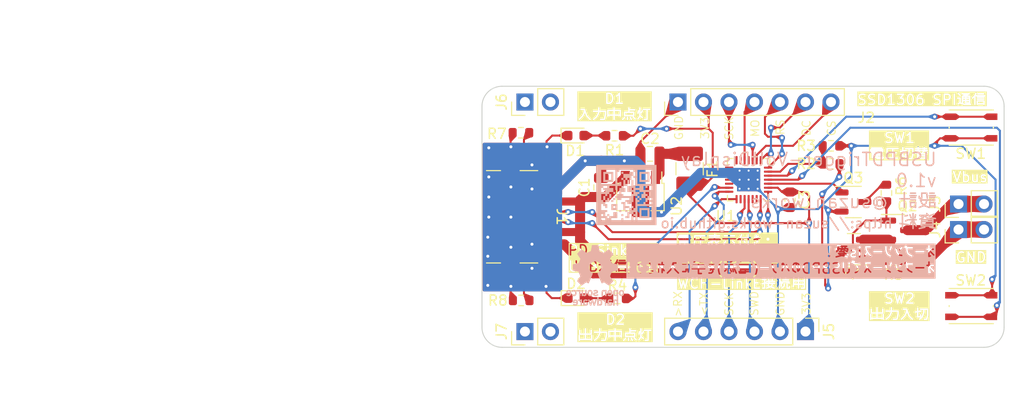
<source format=kicad_pcb>
(kicad_pcb (version 20221018) (generator pcbnew)
  (title_block (title "USBPDTrigger-VoltDisplay") (date "2024-01-08") (rev "v1.0") (company "@suzan_works"))
  (layers (0 "F.Cu" signal) (31 "B.Cu" signal) (34 "B.Paste" user) (35 "F.Paste" user) (36 "B.SilkS" user "B.Silkscreen") (37 "F.SilkS" user "F.Silkscreen") (38 "B.Mask" user) (39 "F.Mask" user) (44 "Edge.Cuts" user))
  (net 0 "")
  (net 1 "VBUS")
  (net 2 "GND")
  (net 3 "+3.3V")
  (net 4 "Net-(D1-A)")
  (net 5 "Net-(D2-A)")
  (net 6 "/CC1")
  (net 7 "/CC2")
  (net 8 "/SCK")
  (net 9 "/MOSI")
  (net 10 "/OLED_RST")
  (net 11 "/OLED_DC")
  (net 12 "/CS")
  (net 13 "Net-(J3-Pin_1)")
  (net 14 "/SWDIO")
  (net 15 "/SWCLK")
  (net 16 "/TXOUT")
  (net 17 "/RXIN")
  (net 18 "Net-(Q1-G)")
  (net 19 "Net-(Q1-S)")
  (net 20 "/OUTPUT")
  (net 21 "Net-(Q3-C)")
  (net 22 "/VBUS_DIV")
  (net 23 "/LED")
  (net 24 "/BTN_A")
  (net 25 "/BTN_B")
  (net 41 "Net-(U2-OUT)")
  (footprint "Connector_PinHeader_2.54mm:PinHeader_1x02_P2.54mm_Vertical" (layer "F.Cu") (at 152.28 88.57 90)
    (fp_text reference "J6" (at 0 -2.33 90) (layer "F.SilkS"))
    (fp_text value "Conn_01x02")
    (pad "1" thru_hole rect locked (at 0 0 90) (size 1.7 1.7) (drill 1) (layers "*.Cu" "*.Mask"))
    (pad "2" thru_hole oval locked (at 0 2.54 90) (size 1.7 1.7) (drill 1) (layers "*.Cu" "*.Mask"))
  )
  (footprint "Resistor_SMD:R_0603_1608Metric" (layer "F.Cu") (at 188.28 97.63 90)
    (fp_text reference "R6" (at 0.7 1.5 90) (layer "F.SilkS"))
    (fp_text value "R_Small")
    (pad "1" smd roundrect (at -0.825 0 90) (size 0.8 0.95) (layers "F.Cu" "F.Paste" "F.Mask") (net 18 "Net-(Q1-G)"))
    (pad "2" smd roundrect (at 0.825 0 90) (size 0.8 0.95) (layers "F.Cu" "F.Paste" "F.Mask") (net 21 "Net-(Q3-C)"))
  )
  (footprint "Capacitor_SMD:C_0603_1608Metric" (layer "F.Cu") (at 178.68 98.305 -90)
    (fp_text reference "C3" (at 0 -1.43 90) (layer "F.SilkS"))
    (fp_text value "C_Small")
    (pad "1" smd roundrect (at -0.775 0 270) (size 0.9 0.95) (layers "F.Cu" "F.Paste" "F.Mask") (net 3 "+3.3V"))
    (pad "2" smd roundrect (at 0.775 0 270) (size 0.9 0.95) (layers "F.Cu" "F.Paste" "F.Mask") (net 2 "GND"))
  )
  (footprint "Resistor_SMD:R_0603_1608Metric" (layer "F.Cu") (at 182.78 94.73 180)
    (fp_text reference "R2" (at 2.5 0) (layer "F.SilkS"))
    (fp_text value "R_Small")
    (pad "1" smd roundrect (at -0.825 0 180) (size 0.8 0.95) (layers "F.Cu" "F.Paste" "F.Mask") (net 1 "VBUS"))
    (pad "2" smd roundrect (at 0.825 0 180) (size 0.8 0.95) (layers "F.Cu" "F.Paste" "F.Mask") (net 22 "/VBUS_DIV"))
  )
  (footprint "Connector_PinHeader_2.54mm:PinHeader_1x02_P2.54mm_Vertical" (layer "F.Cu") (at 195.46 98.73 90)
    (fp_text reference "J3" (at 0 -2.33 90) (layer "F.SilkS"))
    (fp_text value "Conn_01x02")
    (pad "1" thru_hole rect locked (at 0 0 90) (size 1.7 1.7) (drill 1) (layers "*.Cu" "*.Mask") (net 13 "Net-(J3-Pin_1)"))
    (pad "2" thru_hole oval locked (at 0 2.54 90) (size 1.7 1.7) (drill 1) (layers "*.Cu" "*.Mask") (net 13 "Net-(J3-Pin_1)"))
  )
  (footprint "Connector_PinHeader_2.54mm:PinHeader_1x02_P2.54mm_Vertical" (layer "F.Cu") (at 152.28 111.43 90)
    (fp_text reference "J7" (at 0 -2.33 90) (layer "F.SilkS"))
    (fp_text value "Conn_01x02")
    (pad "1" thru_hole rect locked (at 0 0 90) (size 1.7 1.7) (drill 1) (layers "*.Cu" "*.Mask"))
    (pad "2" thru_hole oval locked (at 0 2.54 90) (size 1.7 1.7) (drill 1) (layers "*.Cu" "*.Mask"))
  )
  (footprint "Resistor_SMD:R_0603_1608Metric" (layer "F.Cu") (at 188.98 104.33 180)
    (fp_text reference "R5" (at 0 -1.43) (layer "F.SilkS"))
    (fp_text value "R_Small")
    (pad "1" smd roundrect (at -0.825 0 180) (size 0.8 0.95) (layers "F.Cu" "F.Paste" "F.Mask") (net 19 "Net-(Q1-S)"))
    (pad "2" smd roundrect (at 0.825 0 180) (size 0.8 0.95) (layers "F.Cu" "F.Paste" "F.Mask") (net 18 "Net-(Q1-G)"))
  )
  (footprint "Resistor_SMD:R_0603_1608Metric" (layer "F.Cu") (at 161.205 91.93 180)
    (fp_text reference "R1" (at 0 -1.43) (layer "F.SilkS"))
    (fp_text value "R_Small")
    (pad "1" smd roundrect (at -0.825 0 180) (size 0.8 0.95) (layers "F.Cu" "F.Paste" "F.Mask") (net 3 "+3.3V"))
    (pad "2" smd roundrect (at 0.825 0 180) (size 0.8 0.95) (layers "F.Cu" "F.Paste" "F.Mask") (net 4 "Net-(D1-A)"))
  )
  (footprint "Package_TO_SOT_SMD:SOT-23" (layer "F.Cu") (at 185.0425 103.23 180)
    (fp_text reference "Q1" (at 0 -2.4) (layer "F.SilkS"))
    (fp_text value "Q_PMOS_GSD")
    (pad "1" smd roundrect (at -0.9375 -0.95 180) (size 1.475 0.6) (layers "F.Cu" "F.Paste" "F.Mask") (net 18 "Net-(Q1-G)"))
    (pad "2" smd roundrect (at -0.9375 0.95 180) (size 1.475 0.6) (layers "F.Cu" "F.Paste" "F.Mask") (net 19 "Net-(Q1-S)"))
    (pad "3" smd roundrect (at 0.9375 0 180) (size 1.475 0.6) (layers "F.Cu" "F.Paste" "F.Mask") (net 1 "VBUS"))
  )
  (footprint "Resistor_SMD:R_0603_1608Metric" (layer "F.Cu") (at 161.505 108.13 180)
    (fp_text reference "R4" (at 0.025 1.3) (layer "F.SilkS"))
    (fp_text value "R_Small")
    (pad "1" smd roundrect (at -0.825 0 180) (size 0.8 0.95) (layers "F.Cu" "F.Paste" "F.Mask") (net 23 "/LED"))
    (pad "2" smd roundrect (at 0.825 0 180) (size 0.8 0.95) (layers "F.Cu" "F.Paste" "F.Mask") (net 5 "Net-(D2-A)"))
  )
  (footprint "Resistor_SMD:R_0603_1608Metric" (layer "F.Cu") (at 151.905 108.33 180)
    (fp_text reference "R8" (at 2.325 0) (layer "F.SilkS"))
    (fp_text value "5.1k")
    (pad "1" smd roundrect (at -0.825 0 180) (size 0.8 0.95) (layers "F.Cu" "F.Paste" "F.Mask") (net 7 "/CC2"))
    (pad "2" smd roundrect (at 0.825 0 180) (size 0.8 0.95) (layers "F.Cu" "F.Paste" "F.Mask") (net 2 "GND"))
  )
  (footprint "Package_TO_SOT_SMD:SOT-23" (layer "F.Cu") (at 189.4425 101.33)
    (fp_text reference "Q2" (at 0.9375 -2.4) (layer "F.SilkS"))
    (fp_text value "Q_PMOS_GSD")
    (pad "1" smd roundrect (at -0.9375 -0.95) (size 1.475 0.6) (layers "F.Cu" "F.Paste" "F.Mask") (net 18 "Net-(Q1-G)"))
    (pad "2" smd roundrect (at -0.9375 0.95) (size 1.475 0.6) (layers "F.Cu" "F.Paste" "F.Mask") (net 19 "Net-(Q1-S)"))
    (pad "3" smd roundrect (at 0.9375 0) (size 1.475 0.6) (layers "F.Cu" "F.Paste" "F.Mask") (net 13 "Net-(J3-Pin_1)"))
  )
  (footprint "Connector_PinHeader_2.54mm:PinHeader_1x06_P2.54mm_Vertical" (layer "F.Cu") (at 180.22 111.43 -90)
    (fp_text reference "J5" (at 0 -2.33 90) (layer "F.SilkS"))
    (fp_text value "Conn_01x06")
    (pad "1" thru_hole rect locked (at 0 0 270) (size 1.7 1.7) (drill 1) (layers "*.Cu" "*.Mask") (net 3 "+3.3V"))
    (pad "2" thru_hole oval locked (at 0 2.54 270) (size 1.7 1.7) (drill 1) (layers "*.Cu" "*.Mask") (net 2 "GND"))
    (pad "3" thru_hole oval locked (at 0 5.08 270) (size 1.7 1.7) (drill 1) (layers "*.Cu" "*.Mask") (net 14 "/SWDIO"))
    (pad "4" thru_hole oval locked (at 0 7.62 270) (size 1.7 1.7) (drill 1) (layers "*.Cu" "*.Mask") (net 15 "/SWCLK"))
    (pad "5" thru_hole oval locked (at 0 10.16 270) (size 1.7 1.7) (drill 1) (layers "*.Cu" "*.Mask") (net 16 "/TXOUT"))
    (pad "6" thru_hole oval locked (at 0 12.7 270) (size 1.7 1.7) (drill 1) (layers "*.Cu" "*.Mask") (net 17 "/RXIN"))
  )
  (footprint "Resistor_SMD:R_0603_1608Metric" (layer "F.Cu") (at 151.88 91.63 180)
    (fp_text reference "R7" (at 2.4 -0.1) (layer "F.SilkS"))
    (fp_text value "5.1k")
    (pad "1" smd roundrect (at -0.825 0 180) (size 0.8 0.95) (layers "F.Cu" "F.Paste" "F.Mask") (net 6 "/CC1"))
    (pad "2" smd roundrect (at 0.825 0 180) (size 0.8 0.95) (layers "F.Cu" "F.Paste" "F.Mask") (net 2 "GND"))
  )
  (footprint "Package_TO_SOT_SMD:SOT-89-3" (layer "F.Cu") (at 163.78 98.03 -90)
    (fp_text reference "U2" (at 0.9 -3.6 90) (layer "F.SilkS"))
    (fp_text value "L78L33_SOT89")
    (pad "1" smd rect (at -1.95 -1.5 270) (size 1.3 0.9) (layers "F.Cu" "F.Paste" "F.Mask") (net 41 "Net-(U2-OUT)"))
    (pad "2" smd custom (at -1.8625 0 270) (size 1.475 0.9) (layers "F.Cu" "F.Paste" "F.Mask") (net 2 "GND") (options (clearance outline) (anchor rect)) (primitives (gr_poly (pts (xy 3.8625 0.8665) (xy 0.7375 0.8665) (xy 0.7375 -0.8665) (xy 3.8625 -0.8665)) (width 0) (fill yes))))
    (pad "3" smd rect (at -1.95 1.5 270) (size 1.3 0.9) (layers "F.Cu" "F.Paste" "F.Mask") (net 1 "VBUS"))
  )
  (footprint "Capacitor_SMD:C_0805_2012Metric" (layer "F.Cu") (at 164.73 93.73 180)
    (fp_text reference "C2" (at 0 1.5) (layer "F.SilkS"))
    (fp_text value "C_Small")
    (pad "1" smd roundrect (at -0.95 0 180) (size 1 1.45) (layers "F.Cu" "F.Paste" "F.Mask") (net 41 "Net-(U2-OUT)"))
    (pad "2" smd roundrect (at 0.95 0 180) (size 1 1.45) (layers "F.Cu" "F.Paste" "F.Mask") (net 2 "GND"))
  )
  (footprint "Capacitor_SMD:C_0805_2012Metric" (layer "F.Cu") (at 159.88 97.08 90)
    (fp_text reference "C1" (at 0 -1.68 90) (layer "F.SilkS"))
    (fp_text value "C_Small")
    (pad "1" smd roundrect (at -0.95 0 90) (size 1 1.45) (layers "F.Cu" "F.Paste" "F.Mask") (net 1 "VBUS"))
    (pad "2" smd roundrect (at 0.95 0 90) (size 1 1.45) (layers "F.Cu" "F.Paste" "F.Mask") (net 2 "GND"))
  )
  (footprint "Resistor_SMD:R_0603_1608Metric" (layer "F.Cu") (at 182.755 92.93)
    (fp_text reference "R3" (at -2.475 0) (layer "F.SilkS"))
    (fp_text value "R_Small")
    (pad "1" smd roundrect (at -0.825 0) (size 0.8 0.95) (layers "F.Cu" "F.Paste" "F.Mask") (net 22 "/VBUS_DIV"))
    (pad "2" smd roundrect (at 0.825 0) (size 0.8 0.95) (layers "F.Cu" "F.Paste" "F.Mask") (net 2 "GND"))
  )
  (footprint "Button_Switch_SMD:SW_Push_1P1T_NO_Vertical_Wuerth_434133025816" (layer "F.Cu") (at 196.73 91.11 180)
    (fp_text reference "SW1" (at 0.05 -2.6) (layer "F.SilkS"))
    (fp_text value "SW_Push")
    (pad "1" smd rect (at -2.075 -1.075 180) (size 1.05 0.65) (layers "F.Cu" "F.Paste" "F.Mask") (net 2 "GND"))
    (pad "1" smd rect (at 2.075 -1.075 180) (size 1.05 0.65) (layers "F.Cu" "F.Paste" "F.Mask") (net 2 "GND"))
    (pad "2" smd rect (at -2.075 1.075 180) (size 1.05 0.65) (layers "F.Cu" "F.Paste" "F.Mask") (net 24 "/BTN_A"))
    (pad "2" smd rect (at 2.05 1.075 180) (size 1.05 0.65) (layers "F.Cu" "F.Paste" "F.Mask") (net 24 "/BTN_A"))
  )
  (footprint "Connector_PinHeader_2.54mm:PinHeader_1x07_P2.54mm_Vertical" (layer "F.Cu") (at 167.52 88.57 90)
    (fp_text reference "J2" (at -1.56 18.76 180) (layer "F.SilkS"))
    (fp_text value "Conn_01x07")
    (pad "1" thru_hole rect locked (at 0 0 90) (size 1.7 1.7) (drill 1) (layers "*.Cu" "*.Mask") (net 2 "GND"))
    (pad "2" thru_hole oval locked (at 0 2.54 90) (size 1.7 1.7) (drill 1) (layers "*.Cu" "*.Mask") (net 3 "+3.3V"))
    (pad "3" thru_hole oval locked (at 0 5.08 90) (size 1.7 1.7) (drill 1) (layers "*.Cu" "*.Mask") (net 8 "/SCK"))
    (pad "4" thru_hole oval locked (at 0 7.62 90) (size 1.7 1.7) (drill 1) (layers "*.Cu" "*.Mask") (net 9 "/MOSI"))
    (pad "5" thru_hole oval locked (at 0 10.16 90) (size 1.7 1.7) (drill 1) (layers "*.Cu" "*.Mask") (net 10 "/OLED_RST"))
    (pad "6" thru_hole oval locked (at 0 12.7 90) (size 1.7 1.7) (drill 1) (layers "*.Cu" "*.Mask") (net 11 "/OLED_DC"))
    (pad "7" thru_hole oval locked (at 0 15.24 90) (size 1.7 1.7) (drill 1) (layers "*.Cu" "*.Mask") (net 12 "/CS"))
  )
  (footprint "Connector_PinHeader_2.54mm:PinHeader_1x02_P2.54mm_Vertical" (layer "F.Cu") (at 195.46 101.27 90)
    (fp_text reference "J4" (at 0 -2.33 90) (layer "F.SilkS"))
    (fp_text value "Conn_01x02")
    (pad "1" thru_hole rect locked (at 0 0 90) (size 1.7 1.7) (drill 1) (layers "*.Cu" "*.Mask") (net 2 "GND"))
    (pad "2" thru_hole oval locked (at 0 2.54 90) (size 1.7 1.7) (drill 1) (layers "*.Cu" "*.Mask") (net 2 "GND"))
  )
  (footprint "Button_Switch_SMD:SW_Push_1P1T_NO_Vertical_Wuerth_434133025816" (layer "F.Cu") (at 196.73 108.89)
    (fp_text reference "SW2" (at -0.05 -2.56) (layer "F.SilkS"))
    (fp_text value "SW_Push")
    (pad "1" smd rect (at -2.075 -1.075) (size 1.05 0.65) (layers "F.Cu" "F.Paste" "F.Mask") (net 2 "GND"))
    (pad "1" smd rect (at 2.075 -1.075) (size 1.05 0.65) (layers "F.Cu" "F.Paste" "F.Mask") (net 2 "GND"))
    (pad "2" smd rect (at -2.075 1.075) (size 1.05 0.65) (layers "F.Cu" "F.Paste" "F.Mask") (net 25 "/BTN_B"))
    (pad "2" smd rect (at 2.05 1.075) (size 1.05 0.65) (layers "F.Cu" "F.Paste" "F.Mask") (net 25 "/BTN_B"))
  )
  (footprint "Fuse:Fuse_1210_3225Metric_Pad1.42x2.65mm_HandSolder" (layer "F.Cu") (at 168.68 95.2175 -90)
    (fp_text reference "F1" (at 0 -2.28 90) (layer "F.SilkS"))
    (fp_text value "Polyfuse_Small")
    (pad "1" smd roundrect (at -1.4875 0 270) (size 1.425 2.65) (layers "F.Cu" "F.Paste" "F.Mask") (roundrect_rratio 0.1754392982) (net 41 "Net-(U2-OUT)"))
    (pad "2" smd roundrect (at 1.4875 0 270) (size 1.425 2.65) (layers "F.Cu" "F.Paste" "F.Mask") (roundrect_rratio 0.1754392982) (net 3 "+3.3V"))
  )
  (footprint "Connector_USB:USB_C_Receptacle_GCT_USB4135-GF-A_6P_TopMnt_Horizontal" (layer "F.Cu") (at 151.45 100 -90)
    (fp_text reference "J1" (at 0 -4.5 -90 unlocked) (layer "F.SilkS"))
    (fp_text value "USB_C_Receptacle_PowerOnly_6P")
    (pad "A5" smd rect locked (at -0.5 -3.0325 270) (size 0.7 1.2) (layers "F.Cu" "F.Paste" "F.Mask") (net 6 "/CC1"))
    (pad "A9" smd rect locked (at 1.52 -3.0325 90) (size 0.76 1.2) (layers "F.Cu" "F.Paste" "F.Mask") (net 1 "VBUS"))
    (pad "A12" smd rect locked (at 2.75 -3.0325 90) (size 0.8 1.2) (layers "F.Cu" "F.Paste" "F.Mask") (net 2 "GND"))
    (pad "B5" smd rect locked (at 0.5 -3.0325 90) (size 0.7 1.2) (layers "F.Cu" "F.Paste" "F.Mask") (net 7 "/CC2"))
    (pad "B9" smd rect locked (at -1.52 -3.0325 270) (size 0.76 1.2) (layers "F.Cu" "F.Paste" "F.Mask") (net 1 "VBUS"))
    (pad "B12" smd rect locked (at -2.75 -3.0325 270) (size 0.8 1.2) (layers "F.Cu" "F.Paste" "F.Mask") (net 2 "GND"))
    (pad "S1" smd rect locked (at -5.125 -2.9775 270) (size 1.8 1.35) (layers "F.Cu" "F.Paste" "F.Mask") (net 2 "GND"))
    (pad "S1" smd rect locked (at -5.125 0.6025 270) (size 1.8 1.5) (layers "F.Cu" "F.Paste" "F.Mask") (net 2 "GND"))
    (pad "S1" smd rect locked (at 5.125 -2.9775 270) (size 1.8 1.35) (layers "F.Cu" "F.Paste" "F.Mask") (net 2 "GND"))
    (pad "S1" smd rect locked (at 5.125 0.6025 270) (size 1.8 1.5) (layers "F.Cu" "F.Paste" "F.Mask") (net 2 "GND"))
  )
  (footprint "Package_TO_SOT_SMD:SOT-23-3" (layer "F.Cu") (at 184.98 98.53)
    (fp_text reference "Q3" (at 0 -2.4) (layer "F.SilkS"))
    (fp_text value "DTC143Z")
    (pad "1" smd roundrect (at -1.1375 -0.95) (size 1.325 0.6) (layers "F.Cu" "F.Paste" "F.Mask") (net 20 "/OUTPUT"))
    (pad "2" smd roundrect (at -1.1375 0.95) (size 1.325 0.6) (layers "F.Cu" "F.Paste" "F.Mask") (net 2 "GND"))
    (pad "3" smd roundrect (at 1.1375 0) (size 1.325 0.6) (layers "F.Cu" "F.Paste" "F.Mask") (net 21 "Net-(Q3-C)"))
  )
  (footprint "LED_SMD:LED_0603_1608Metric" (layer "F.Cu") (at 157.38 108.1)
    (fp_text reference "D2" (at 0 -1.43) (layer "F.SilkS"))
    (fp_text value "LED")
    (pad "1" smd roundrect locked (at -0.7875 0) (size 0.875 0.95) (layers "F.Cu" "F.Paste" "F.Mask") (net 2 "GND"))
    (pad "2" smd roundrect locked (at 0.7875 0) (size 0.875 0.95) (layers "F.Cu" "F.Paste" "F.Mask") (net 5 "Net-(D2-A)"))
  )
  (footprint "LED_SMD:LED_0603_1608Metric" (layer "F.Cu") (at 157.36 91.91)
    (fp_text reference "D1" (at -0.08 1.52) (layer "F.SilkS"))
    (fp_text value "LED")
    (pad "1" smd roundrect locked (at -0.7875 0) (size 0.875 0.95) (layers "F.Cu" "F.Paste" "F.Mask") (net 2 "GND"))
    (pad "2" smd roundrect locked (at 0.7875 0) (size 0.875 0.95) (layers "F.Cu" "F.Paste" "F.Mask") (net 4 "Net-(D1-A)"))
  )
  (footprint "Package_DFN_QFN:QFN-28-1EP_4x4mm_P0.4mm_EP2.3x2.3mm_ThermalVias" (layer "F.Cu") (at 174.555 96.305 180)
    (fp_text reference "U1" (at 2.275 -3.625) (layer "F.SilkS"))
    (fp_text value "CH32X035G8U6")
    (pad "1" smd roundrect (at -1.9375 -1.2 180) (size 0.825 0.2) (layers "F.Cu" "F.Paste" "F.Mask") (net 7 "/CC2"))
    (pad "2" smd roundrect (at -1.9375 -0.8 180) (size 0.825 0.2) (layers "F.Cu" "F.Paste" "F.Mask") (net 3 "+3.3V"))
    (pad "3" smd roundrect (at -1.9375 -0.4 180) (size 0.825 0.2) (layers "F.Cu" "F.Paste" "F.Mask") (net 20 "/OUTPUT"))
    (pad "4" smd roundrect (at -1.9375 0 180) (size 0.825 0.2) (layers "F.Cu" "F.Paste" "F.Mask") (net 25 "/BTN_B"))
    (pad "5" smd roundrect (at -1.9375 0.4 180) (size 0.825 0.2) (layers "F.Cu" "F.Paste" "F.Mask") (net 24 "/BTN_A"))
    (pad "6" smd roundrect (at -1.9375 0.8 180) (size 0.825 0.2) (layers "F.Cu" "F.Paste" "F.Mask") (net 22 "/VBUS_DIV"))
    (pad "7" smd roundrect (at -1.9375 1.2 180) (size 0.825 0.2) (layers "F.Cu" "F.Paste" "F.Mask") (net 10 "/OLED_RST"))
    (pad "8" smd roundrect (at -1.2 1.9375 180) (size 0.2 0.825) (layers "F.Cu" "F.Paste" "F.Mask") (net 11 "/OLED_DC"))
    (pad "9" smd roundrect (at -0.8 1.9375 180) (size 0.2 0.825) (layers "F.Cu" "F.Paste" "F.Mask") (net 12 "/CS"))
    (pad "10" smd roundrect (at -0.4 1.9375 180) (size 0.2 0.825) (layers "F.Cu" "F.Paste" "F.Mask") (net 8 "/SCK"))
    (pad "11" smd roundrect (at 0 1.9375 180) (size 0.2 0.825) (layers "F.Cu" "F.Paste" "F.Mask"))
    (pad "12" smd roundrect (at 0.4 1.9375 180) (size 0.2 0.825) (layers "F.Cu" "F.Paste" "F.Mask") (net 9 "/MOSI"))
    (pad "13" smd roundrect (at 0.8 1.9375 180) (size 0.2 0.825) (layers "F.Cu" "F.Paste" "F.Mask"))
    (pad "14" smd roundrect (at 1.2 1.9375 180) (size 0.2 0.825) (layers "F.Cu" "F.Paste" "F.Mask"))
    (pad "15" smd roundrect (at 1.9375 1.2 180) (size 0.825 0.2) (layers "F.Cu" "F.Paste" "F.Mask"))
    (pad "16" smd roundrect (at 1.9375 0.8 180) (size 0.825 0.2) (layers "F.Cu" "F.Paste" "F.Mask"))
    (pad "17" smd roundrect (at 1.9375 0.4 180) (size 0.825 0.2) (layers "F.Cu" "F.Paste" "F.Mask"))
    (pad "18" smd roundrect (at 1.9375 0 180) (size 0.825 0.2) (layers "F.Cu" "F.Paste" "F.Mask"))
    (pad "19" smd roundrect (at 1.9375 -0.4 180) (size 0.825 0.2) (layers "F.Cu" "F.Paste" "F.Mask"))
    (pad "20" smd roundrect (at 1.9375 -0.8 180) (size 0.825 0.2) (layers "F.Cu" "F.Paste" "F.Mask") (net 23 "/LED"))
    (pad "21" smd roundrect (at 1.9375 -1.2 180) (size 0.825 0.2) (layers "F.Cu" "F.Paste" "F.Mask") (net 16 "/TXOUT"))
    (pad "22" smd roundrect (at 1.2 -1.9375 180) (size 0.2 0.825) (layers "F.Cu" "F.Paste" "F.Mask") (net 17 "/RXIN"))
    (pad "23" smd roundrect (at 0.8 -1.9375 180) (size 0.2 0.825) (layers "F.Cu" "F.Paste" "F.Mask"))
    (pad "24" smd roundrect (at 0.4 -1.9375 180) (size 0.2 0.825) (layers "F.Cu" "F.Paste" "F.Mask") (net 15 "/SWCLK"))
    (pad "25" smd roundrect (at 0 -1.9375 180) (size 0.2 0.825) (layers "F.Cu" "F.Paste" "F.Mask") (net 14 "/SWDIO"))
    (pad "26" smd roundrect (at -0.4 -1.9375 180) (size 0.2 0.825) (layers "F.Cu" "F.Paste" "F.Mask"))
    (pad "27" smd roundrect (at -0.8 -1.9375 180) (size 0.2 0.825) (layers "F.Cu" "F.Paste" "F.Mask"))
    (pad "28" smd roundrect (at -1.2 -1.9375 180) (size 0.2 0.825) (layers "F.Cu" "F.Paste" "F.Mask") (net 6 "/CC1"))
    (pad "29" thru_hole circle (at -0.9 -0.9 180) (size 0.5 0.5) (drill 0.2) (layers "*.Cu") (net 2 "GND"))
    (pad "29" thru_hole circle (at -0.9 0 180) (size 0.5 0.5) (drill 0.2) (layers "*.Cu") (net 2 "GND"))
    (pad "29" thru_hole circle (at -0.9 0.9 180) (size 0.5 0.5) (drill 0.2) (layers "*.Cu") (net 2 "GND"))
    (pad "29" thru_hole circle (at 0 -0.9 180) (size 0.5 0.5) (drill 0.2) (layers "*.Cu") (net 2 "GND"))
    (pad "29" thru_hole circle (at 0 0 180) (size 0.5 0.5) (drill 0.2) (layers "*.Cu") (net 2 "GND"))
    (pad "29" smd rect (at 0 0 180) (size 2.3 2.3) (layers "F.Cu" "F.Mask") (net 2 "GND"))
    (pad "29" smd rect (at 0 0 180) (size 2.3 2.3) (layers "B.Cu") (net 2 "GND"))
    (pad "29" thru_hole circle (at 0 0.9 180) (size 0.5 0.5) (drill 0.2) (layers "*.Cu") (net 2 "GND"))
    (pad "29" thru_hole circle (at 0.9 -0.9 180) (size 0.5 0.5) (drill 0.2) (layers "*.Cu") (net 2 "GND"))
    (pad "29" thru_hole circle (at 0.9 0 180) (size 0.5 0.5) (drill 0.2) (layers "*.Cu") (net 2 "GND"))
    (pad "29" thru_hole circle (at 0.9 0.9 180) (size 0.5 0.5) (drill 0.2) (layers "*.Cu") (net 2 "GND"))
  )
  (footprint "0_My_Library:url-qrcode-2" (layer "B.Cu") (at 162.38 97.83 180)
    (fp_text reference "G***" hide)
    (fp_text value "LOGO" hide)
  )
  (footprint "Symbol:OSHW-Logo_5.7x6mm_SilkScreen" (layer "B.Cu") (at 159.28 105.83 180)
    (fp_text reference "REF**" hide)
    (fp_text value "OSHW-Logo_5.7x6mm_SilkScreen" hide)
  )
  (gr_arc (start 148 89) (mid 148.585786 87.585786) (end 150 87) (stroke (width 0.1)) (layer "Edge.Cuts"))
  (gr_line (start 200 111) (end 200 89) (stroke (width 0.1)) (layer "Edge.Cuts"))
  (gr_line (start 198 87) (end 150 87) (stroke (width 0.1)) (layer "Edge.Cuts"))
  (gr_arc (start 200 111) (mid 199.414214 112.414214) (end 198 113) (stroke (width 0.1)) (layer "Edge.Cuts"))
  (gr_arc (start 198 87) (mid 199.414214 87.585786) (end 200 89) (stroke (width 0.1)) (layer "Edge.Cuts"))
  (gr_line (start 150 113) (end 198 113) (stroke (width 0.1)) (layer "Edge.Cuts"))
  (gr_arc (start 150 113) (mid 148.585786 112.414214) (end 148 111) (stroke (width 0.1)) (layer "Edge.Cuts"))
  (gr_line (start 148 89) (end 148 111) (stroke (width 0.1)) (layer "Edge.Cuts"))
  (gr_text "USBPDTrigger-VoltDisplay\nv1.0\n設計 @suzan_works\n資料" (at 193.38 101.33) (layer "B.SilkS") (effects (font (size 1.3 1.3)) (justify left bottom mirror)))
  (gr_text "https://suzan-works.github.io" (at 188.98 101.23) (layer "B.SilkS") (effects (font (size 1 1)) (justify left bottom mirror)))
  (gr_text "オープンソースis愛！\nオープンソースでUSBPDのパワー(電源)を手に入れよう！" (at 193.28 105.73) (layer "B.SilkS" knockout) (effects (font (size 1 1)) (justify left bottom mirror)))
  (gr_text "Vbus" (at 194.78 96.63) (layer "F.SilkS" knockout) (effects (font (size 1 1)) (justify left bottom)))
  (gr_text "D2\n出力中点灯" (at 161.28 112.43) (layer "F.SilkS" knockout) (effects (font (size 1 1)) (justify bottom)))
  (gr_text "PD Sinkのみ\nUSB通信不可" (at 156.48 105.53) (layer "F.SilkS" knockout) (effects (font (size 1 1)) (justify left bottom)))
  (gr_text ">RX" (at 167.98 110.03 90) (layer "F.SilkS") (effects (font (size 0.8 0.8) (thickness 0.1)) (justify left bottom)))
  (gr_text "CS" (at 183.28 92.03 90) (layer "F.SilkS") (effects (font (size 0.8 0.8) (thickness 0.1)) (justify left bottom)))
  (gr_text "GND" (at 168.08 92.43 90) (layer "F.SilkS") (effects (font (size 0.8 0.8) (thickness 0.1)) (justify left bottom)))
  (gr_text "3V3" (at 170.68 92.33 90) (layer "F.SilkS") (effects (font (size 0.8 0.8) (thickness 0.1)) (justify left bottom)))
  (gr_text "SCK" (at 173.08 109.93 90) (layer "F.SilkS") (effects (font (size 0.8 0.8) (thickness 0.1)) (justify left bottom)))
  (gr_text "DC" (at 180.78 92.03 90) (layer "F.SilkS") (effects (font (size 0.8 0.8) (thickness 0.1)) (justify left bottom)))
  (gr_text "SSD1306 SPI通信" (at 185.28 88.93) (layer "F.SilkS" knockout) (effects (font (size 1 1)) (justify left bottom)))
  (gr_text "RS" (at 178.18 91.93 90) (layer "F.SilkS") (effects (font (size 0.8 0.8) (thickness 0.1)) (justify left bottom)))
  (gr_text "GND" (at 195.08 104.63) (layer "F.SilkS" knockout) (effects (font (size 1 1)) (justify left bottom)))
  (gr_text "SWD" (at 175.58 109.93 90) (layer "F.SilkS") (effects (font (size 0.8 0.8) (thickness 0.1)) (justify left bottom)))
  (gr_text "WCH-LinkE接続用" (at 167.38 107.23) (layer "F.SilkS" knockout) (effects (font (size 1 1)) (justify left bottom)))
  (gr_text "電圧表示付き\nUSB PDトリガー" (at 167.38 104.63) (layer "F.SilkS" knockout) (effects (font (size 1 1)) (justify left bottom)))
  (gr_text "D1\n入力中点灯" (at 161.18 90.43) (layer "F.SilkS" knockout) (effects (font (size 1 1)) (justify bottom)))
  (gr_text "GND" (at 178.18 109.93 90) (layer "F.SilkS") (effects (font (size 0.8 0.8) (thickness 0.1)) (justify left bottom)))
  (gr_text "3V3" (at 180.78 109.83 90) (layer "F.SilkS") (effects (font (size 0.8 0.8) (thickness 0.1)) (justify left bottom)))
  (gr_text "SW1\n電圧切替" (at 189.58 94.33) (layer "F.SilkS" knockout) (effects (font (size 1 1)) (justify bottom)))
  (gr_text "<TX" (at 170.58 109.93 90) (layer "F.SilkS") (effects (font (size 0.8 0.8) (thickness 0.1)) (justify left bottom)))
  (gr_text "MO" (at 175.68 92.13 90) (layer "F.SilkS") (effects (font (size 0.8 0.8) (thickness 0.1)) (justify left bottom)))
  (gr_text "SW2\n出力入切" (at 189.58 110.33) (layer "F.SilkS" knockout) (effects (font (size 1 1)) (justify bottom)))
  (gr_text "SCK" (at 173.08 92.43 90) (layer "F.SilkS") (effects (font (size 0.8 0.8) (thickness 0.1)) (justify left bottom)))
  (segment (start 183.605 96.005) (end 183.58 96.03) (width 0.2) (layer "F.Cu") (net 1))
  (segment (start 183.605 94.73) (end 183.605 96.005) (width 0.2) (layer "F.Cu") (net 1))
  (segment (start 157.77 101.53) (end 157.77 98.34) (width 1) (layer "F.Cu") (net 1))
  (segment (start 154.4825 101.52) (end 157.76 101.52) (width 0.8) (layer "F.Cu") (net 1))
  (segment (start 158.08 98.03) (end 159.88 98.03) (width 1) (layer "F.Cu") (net 1))
  (segment (start 183.005 104.33) (end 184.105 103.23) (width 1) (layer "F.Cu") (net 1))
  (segment (start 154.4825 98.48) (end 157.33 98.48) (width 0.8) (layer "F.Cu") (net 1))
  (segment (start 159.88 98.03) (end 160.33 98.03) (width 1) (layer "F.Cu") (net 1))
  (segment (start 157.76 101.52) (end 157.77 101.53) (width 0.8) (layer "F.Cu") (net 1))
  (segment (start 159.68 104.33) (end 181.88 104.33) (width 1) (layer "F.Cu") (net 1))
  (segment (start 181.88 97.73) (end 181.88 104.33) (width 0.2) (layer "F.Cu") (net 1))
  (segment (start 157.77 101.53) (end 157.77 102.42) (width 1) (layer "F.Cu") (net 1))
  (segment (start 181.88 104.33) (end 183.005 104.33) (width 1) (layer "F.Cu") (net 1))
  (segment (start 157.77 102.42) (end 159.68 104.33) (width 1) (layer "F.Cu") (net 1))
  (segment (start 157.77 98.34) (end 158.08 98.03) (width 1) (layer "F.Cu") (net 1))
  (segment (start 160.33 98.03) (end 162.28 96.08) (width 1) (layer "F.Cu") (net 1))
  (via (at 181.88 97.73) (size 0.6) (drill 0.3) (layers "F.Cu" "B.Cu") (net 1))
  (via (at 183.58 96.03) (size 0.6) (drill 0.3) (layers "F.Cu" "B.Cu") (net 1))
  (segment (start 183.58 96.03) (end 181.88 97.73) (width 0.2) (layer "B.Cu") (net 1))
  (segment (start 156.5725 91.91) (end 155 91.91) (width 0.2) (layer "F.Cu") (net 2))
  (segment (start 163.78 92.53) (end 163.78 93.73) (width 0.2) (layer "F.Cu") (net 2))
  (segment (start 158.18 94.43) (end 159.88 94.43) (width 1) (layer "F.Cu") (net 2))
  (segment (start 182.18 106.83) (end 182.18 105.63) (width 0.2) (layer "F.Cu") (net 2))
  (segment (start 159.88 94.43) (end 163.78 94.43) (width 1) (layer "F.Cu") (net 2))
  (segment (start 154.4825 97.25) (end 155.36 97.25) (width 1) (layer "F.Cu") (net 2))
  (segment (start 159.08 105.63) (end 182.48 105.63) (width 1) (layer "F.Cu") (net 2))
  (segment (start 150.8475 91.8375) (end 150.8475 94.875) (width 0.2) (layer "F.Cu") (net 2))
  (segment (start 159.88 96.13) (end 159.88 94.43) (width 1) (layer "F.Cu") (net 2))
  (segment (start 194.655 107.815) (end 198.805 107.815) (width 0.2) (layer "F.Cu") (net 2))
  (segment (start 167.52 88.79) (end 163.78 92.53) (width 0.2) (layer "F.Cu") (net 2))
  (segment (start 167.52 88.57) (end 167.52 88.79) (width 0.2) (layer "F.Cu") (net 2))
  (segment (start 163.78 93.73) (end 163.78 94.43) (width 1) (layer "F.Cu") (net 2))
  (segment (start 191.1 105.63) (end 195.46 101.27) (width 1) (layer "F.Cu") (net 2))
  (segment (start 155 91.91) (end 154.4275 92.4825) (width 0.2) (layer "F.Cu") (net 2))
  (segment (start 156.5925 108.1) (end 154.95 108.1) (width 0.2) (layer "F.Cu") (net 2))
  (segment (start 178.53 99.23) (end 178.68 99.08) (width 0.2) (layer "F.Cu") (net 2))
  (segment (start 184.78 92.93) (end 183.58 92.93) (width 0.2) (layer "F.Cu") (net 2))
  (segment (start 150.8475 108.0975) (end 150.8475 105.125) (width 0.2) (layer "F.Cu") (net 2))
  (segment (start 177.48 99.23) (end 178.53 99.23) (width 0.2) (layer "F.Cu") (net 2))
  (segment (start 163.78 96.1675) (end 163.78 99.03) (width 1) (layer "F.Cu") (net 2))
  (segment (start 155.36 97.25) (end 158.18 94.43) (width 1) (layer "F.Cu") (net 2))
  (segment (start 193.625 92.185) (end 193.08 92.73) (width 0.2) (layer "F.Cu") (net 2))
  (segment (start 182.18 105.63) (end 182.48 105.63) (width 0.2) (layer "F.Cu") (net 2))
  (segment (start 193.08 92.73) (end 193.08 92.93) (width 0.2) (layer "F.Cu") (net 2))
  (segment (start 154.95 108.1) (end 154.4275 107.5775) (width 0.2) (layer "F.Cu") (net 2))
  (segment (start 154.4275 107.5775) (end 154.4275 105.125) (width 0.2) (layer "F.Cu") (net 2))
  (segment (start 163.78 99.03) (end 163.98 99.23) (width 1) (layer "F.Cu") (net 2))
  (segment (start 182.63 99.48) (end 182.48 99.33) (width 0.2) (layer "F.Cu") (net 2))
  (segment (start 183.8425 99.48) (end 182.63 99.48) (width 0.2) (layer "F.Cu") (net 2))
  (segment (start 154.4275 92.4825) (end 154.4275 94.875) (width 0.2) (layer "F.Cu") (net 2))
  (segment (start 182.48 105.63) (end 191.1 105.63) (width 1) (layer "F.Cu") (net 2))
  (segment (start 154.4825 102.75) (end 156.2 102.75) (width 1) (layer "F.Cu") (net 2))
  (segment (start 198.805 106.23) (end 198.805 107.815) (width 0.2) (layer "F.Cu") (net 2))
  (segment (start 164.28 99.53) (end 165.88 99.53) (width 1) (layer "F.Cu") (net 2))
  (segment (start 182.48 107.13) (end 182.18 106.83) (width 0.2) (layer "F.Cu") (net 2))
  (segment (start 151.08 108.33) (end 150.8475 108.0975) (width 0.2) (layer "F.Cu") (net 2))
  (segment (start 163.98 99.23) (end 164.28 99.53) (width 1) (layer "F.Cu") (net 2))
  (segment (start 195.46 101.27) (end 198 101.27) (width 1.5) (layer "F.Cu") (net 2))
  (segment (start 163.78 94.43) (end 163.78 96.1675) (width 1) (layer "F.Cu") (net 2))
  (segment (start 156.2 102.75) (end 159.08 105.63) (width 1) (layer "F.Cu") (net 2))
  (segment (start 194.655 92.185) (end 193.625 92.185) (width 0.2) (layer "F.Cu") (net 2))
  (segment (start 194.655 92.185) (end 198.805 92.185) (width 0.2) (layer "F.Cu") (net 2))
  (segment (start 151.055 91.63) (end 150.8475 91.8375) (width 0.2) (layer "F.Cu") (net 2))
  (via (at 184.78 92.93) (size 0.6) (drill 0.3) (layers "F.Cu" "B.Cu") (net 2))
  (via (at 182.48 107.13) (size 0.6) (drill 0.3) (layers "F.Cu" "B.Cu") (net 2))
  (via (at 150.88 93.03) (size 0.6) (drill 0.3) (layers "F.Cu" "B.Cu") (net 2))
  (via (at 148.58 106.83) (size 0.6) (drill 0.3) (layers "F.Cu" "B.Cu") (net 2))
  (via (at 198.805 106.23) (size 0.6) (drill 0.3) (layers "F.Cu" "B.Cu") (net 2))
  (via (at 152.98 94.83) (size 0.6) (drill 0.3) (layers "F.Cu" "B.Cu") (net 2))
  (via (at 150.88 103.03) (size 0.6) (drill 0.3) (layers "F.Cu" "B.Cu") (net 2))
  (via (at 150.88 97.03) (size 0.6) (drill 0.3) (layers "F.Cu" "B.Cu") (net 2))
  (via (at 165.88 99.53) (size 0.6) (drill 0.3) (layers "F.Cu" "B.Cu") (net 2))
  (via (at 154.48 93.03) (size 0.6) (drill 0.3) (layers "F.Cu" "B.Cu") (net 2))
  (via (at 148.68 100.03) (size 0.6) (drill 0.3) (layers "F.Cu" "B.Cu") (net 2))
  (via (at 148.68 93.13) (size 0.6) (drill 0.3) (layers "F.Cu" "B.Cu") (net 2))
  (via (at 148.68 98.03) (size 0.6) (drill 0.3) (layers "F.Cu" "B.Cu") (net 2))
  (via (at 193.08 92.93) (size 0.6) (drill 0.3) (layers "F.Cu" "B.Cu") (net 2))
  (via (at 148.58 103.93) (size 0.6) (drill 0.3) (layers "F.Cu" "B.Cu") (net 2))
  (via (at 162.18 94.43) (size 0.6) (drill 0.3) (layers "F.Cu" "B.Cu") (net 2))
  (via (at 148.58 102.03) (size 0.6) (drill 0.3) (layers "F.Cu" "B.Cu") (net 2))
  (via (at 152.98 102.73) (size 0.6) (drill 0.3) (layers "F.Cu" "B.Cu") (net 2))
  (via (at 152.98 97.23) (size 0.6) (drill 0.3) (layers "F.Cu" "B.Cu") (net 2))
  (via (at 177.48 99.23) (size 0.6) (drill 0.3) (layers "F.Cu" "B.Cu") (net 2))
  (via (at 158.28 94.43) (size 0.6) (drill 0.3) (layers "F.Cu" "B.Cu") (net 2))
  (via (at 182.48 99.33) (size 0.6) (drill 0.3) (layers "F.Cu" "B.Cu") (net 2))
  (via (at 154.38 106.93) (size 0.6) (drill 0.3) (layers "F.Cu" "B.Cu") (net 2))
  (via (at 150.88 106.93) (size 0.6) (drill 0.3) (layers "F.Cu" "B.Cu") (net 2))
  (via (at 148.68 96.03) (size 0.6) (drill 0.3) (layers "F.Cu" "B.Cu") (net 2))
  (via (at 150.88 100.03) (size 0.6) (drill 0.3) (layers "F.Cu" "B.Cu") (net 2))
  (via (at 152.98 105.13) (size 0.6) (drill 0.3) (layers "F.Cu" "B.Cu") (net 2))
  (segment (start 195.78 92.93) (end 193.08 92.93) (width 0.2) (layer "B.Cu") (net 2))
  (segment (start 177.48 111.23) (end 177.68 111.43) (width 0.2) (layer "B.Cu") (net 2))
  (segment (start 163.28 94.43) (end 162.18 94.43) (width 1) (layer "B.Cu") (net 2))
  (segment (start 198.805 106.23) (end 199.15 105.885) (width 0.2) (layer "B.Cu") (net 2))
  (segment (start 173.88 95.63) (end 174.555 96.305) (width 1) (layer "B.Cu") (net 2))
  (segment (start 177.48 99.23) (end 175.455 97.205) (width 0.2) (layer "B.Cu") (net 2))
  (segment (start 163.78 99.03) (end 163.78 94.93) (width 1) (layer "B.Cu") (net 2))
  (segment (start 181.93 98.78) (end 184.78 95.93) (width 0.2) (layer "B.Cu") (net 2))
  (segment (start 199.15 96.3) (end 195.78 92.93) (width 0.2) (layer "B.Cu") (net 2))
  (segment (start 165.88 99.53) (end 164.28 99.53) (width 1) (layer "B.Cu") (net 2))
  (segment (start 158.28 94.43) (end 158.18 94.43) (width 1) (layer "B.Cu") (net 2))
  (segment (start 155.38 97.23) (end 152.98 97.23) (width 1) (layer "B.Cu") (net 2))
  (segment (start 182.48 99.33) (end 181.93 98.78) (width 0.2) (layer "B.Cu") (net 2))
  (segment (start 169.78 95.63) (end 173.88 95.63) (width 1) (layer "B.Cu") (net 2))
  (segment (start 193.08 92.93) (end 184.78 92.93) (width 0.2) (layer "B.Cu") (net 2))
  (segment (start 182.48 99.33) (end 182.48 107.13) (width 0.2) (layer "B.Cu") (net 2))
  (segment (start 177.48 99.23) (end 181.48 99.23) (width 0.2) (layer "B.Cu") (net 2))
  (segment (start 158.18 94.43) (end 155.38 97.23) (width 1) (layer "B.Cu") (net 2))
  (segment (start 177.48 99.23) (end 177.48 111.23) (width 0.2) (layer "B.Cu") (net 2))
  (segment (start 199.15 105.885) (end 199.15 96.3) (width 0.2) (layer "B.Cu") (net 2))
  (segment (start 163.78 94.93) (end 163.28 94.43) (width 1) (layer "B.Cu") (net 2))
  (segment (start 165.88 99.53) (end 169.78 95.63) (width 1) (layer "B.Cu") (net 2))
  (segment (start 184.78 95.93) (end 184.78 92.93) (width 0.2) (layer "B.Cu") (net 2))
  (segment (start 181.48 99.23) (end 181.93 98.78) (width 0.2) (layer "B.Cu") (net 2))
  (segment (start 162.18 94.43) (end 158.28 94.43) (width 1) (layer "B.Cu") (net 2))
  (segment (start 164.28 99.53) (end 163.78 99.03) (width 1) (layer "B.Cu") (net 2))
  (segment (start 180.58 100.63) (end 171.38 100.63) (width 0.2) (layer "F.Cu") (net 3))
  (segment (start 180.58 100.63) (end 180.58 97.93) (width 0.2) (layer "F.Cu") (net 3))
  (segment (start 170.58 89.09) (end 170.58 91.23) (width 0.2) (layer "F.Cu") (net 3))
  (segment (start 170.98 91.63) (end 170.98 96.03) (width 0.2) (layer "F.Cu") (net 3))
  (segment (start 171.38 100.63) (end 168.68 97.93) (width 0.2) (layer "F.Cu") (net 3))
  (segment (start 162.03 91.93) (end 163.08 91.93) (width 0.2) (layer "F.Cu") (net 3))
  (segment (start 180.58 97.93) (end 180.18 97.53) (width 0.2) (layer "F.Cu") (net 3))
  (segment (start 177.455 97.105) (end 177.88 97.53) (width 0.2) (layer "F.Cu") (net 3))
  (segment (start 170.305 96.705) (end 168.68 96.705) (width 0.2) (layer "F.Cu") (net 3))
  (segment (start 176.4925 97.105) (end 177.455 97.105) (width 0.2) (layer "F.Cu") (net 3))
  (segment (start 177.88 97.53) (end 178.68 97.53) (width 0.2) (layer "F.Cu") (net 3))
  (segment (start 170.58 91.23) (end 170.98 91.63) (width 0.2) (layer "F.Cu") (net 3))
  (segment (start 166.38 91.23) (end 170.58 91.23) (width 0.2) (layer "F.Cu") (net 3))
  (segment (start 170.98 96.03) (end 170.305 96.705) (width 0.2) (layer "F.Cu") (net 3))
  (segment (start 163.08 91.93) (end 163.78 91.23) (width 0.2) (layer "F.Cu") (net 3))
  (segment (start 170.06 88.57) (end 170.58 89.09) (width 0.2) (layer "F.Cu") (net 3))
  (segment (start 180.18 97.53) (end 178.68 97.53) (width 0.2) (layer "F.Cu") (net 3))
  (segment (start 168.68 97.93) (end 168.68 96.705) (width 0.2) (layer "F.Cu") (net 3))
  (via (at 180.58 100.63) (size 0.6) (drill 0.3) (layers "F.Cu" "B.Cu") (net 3))
  (via (at 166.38 91.23) (size 0.6) (drill 0.3) (layers "F.Cu" "B.Cu") (net 3))
  (via (at 163.78 91.23) (size 0.6) (drill 0.3) (layers "F.Cu" "B.Cu") (net 3))
  (segment (start 163.78 91.23) (end 166.38 91.23) (width 0.2) (layer "B.Cu") (net 3))
  (segment (start 180.58 111.07) (end 180.22 111.43) (width 0.2) (layer "B.Cu") (net 3))
  (segment (start 180.58 100.63) (end 180.58 111.07) (width 0.2) (layer "B.Cu") (net 3))
  (segment (start 160.36 91.91) (end 160.38 91.93) (width 0.2) (layer "F.Cu") (net 4))
  (segment (start 158.1475 91.91) (end 160.36 91.91) (width 0.2) (layer "F.Cu") (net 4))
  (segment (start 158.1675 108.1) (end 160.65 108.1) (width 0.2) (layer "F.Cu") (net 5))
  (segment (start 160.65 108.1) (end 160.68 108.13) (width 0.2) (layer "F.Cu") (net 5))
  (segment (start 156.55 99.5) (end 156.58 99.53) (width 0.2) (layer "F.Cu") (net 6))
  (segment (start 175.755 98.2425) (end 175.755 99.755) (width 0.2) (layer "F.Cu") (net 6))
  (segment (start 152.18 98.53) (end 152.18 92.155) (width 0.2) (layer "F.Cu") (net 6))
  (segment (start 152.18 92.155) (end 152.705 91.63) (width 0.2) (layer "F.Cu") (net 6))
  (segment (start 153.08 99.43) (end 152.18 98.53) (width 0.2) (layer "F.Cu") (net 6))
  (segment (start 160.98 101.53) (end 158.98 99.53) (width 0.2) (layer "F.Cu") (net 6))
  (segment (start 154.4825 99.5) (end 156.55 99.5) (width 0.2) (layer "F.Cu") (net 6))
  (segment (start 154.4825 99.5) (end 154.4125 99.43) (width 0.2) (layer "F.Cu") (net 6))
  (segment (start 175.755 99.755) (end 175.68 99.83) (width 0.2) (layer "F.Cu") (net 6))
  (segment (start 175.68 101.53) (end 160.98 101.53) (width 0.2) (layer "F.Cu") (net 6))
  (segment (start 154.4125 99.43) (end 153.08 99.43) (width 0.2) (layer "F.Cu") (net 6))
  (via (at 175.68 99.83) (size 0.6) (drill 0.3) (layers "F.Cu" "B.Cu") (net 6))
  (via (at 156.58 99.53) (size 0.6) (drill 0.3) (layers "F.Cu" "B.Cu") (net 6))
  (via (at 175.68 101.53) (size 0.6) (drill 0.3) (layers "F.Cu" "B.Cu") (net 6))
  (via (at 158.98 99.53) (size 0.6) (drill 0.3) (layers "F.Cu" "B.Cu") (net 6))
  (segment (start 158.98 99.53) (end 156.58 99.53) (width 0.2) (layer "B.Cu") (net 6))
  (segment (start 175.68 101.53) (end 175.68 99.83) (width 0.2) (layer "B.Cu") (net 6))
  (segment (start 160.58 102.23) (end 158.98 100.63) (width 0.2) (layer "F.Cu") (net 7))
  (segment (start 176.4925 99.8175) (end 176.4925 97.505) (width 0.2) (layer "F.Cu") (net 7))
  (segment (start 154.4825 100.5) (end 156.55 100.5) (width 0.2) (layer "F.Cu") (net 7))
  (segment (start 176.48 102.23) (end 160.58 102.23) (width 0.2) (layer "F.Cu") (net 7))
  (segment (start 153.11 100.5) (end 152.18 101.43) (width 0.2) (layer "F.Cu") (net 7))
  (segment (start 154.4825 100.5) (end 153.11 100.5) (width 0.2) (layer "F.Cu") (net 7))
  (segment (start 176.48 99.83) (end 176.4925 99.8175) (width 0.2) (layer "F.Cu") (net 7))
  (segment (start 152.18 107.78) (end 152.73 108.33) (width 0.2) (layer "F.Cu") (net 7))
  (segment (start 156.55 100.5) (end 156.58 100.53) (width 0.2) (layer "F.Cu") (net 7))
  (segment (start 152.18 101.43) (end 152.18 107.78) (width 0.2) (layer "F.Cu") (net 7))
  (via (at 176.48 99.83) (size 0.6) (drill 0.3) (layers "F.Cu" "B.Cu") (net 7))
  (via (at 158.98 100.63) (size 0.6) (drill 0.3) (layers "F.Cu" "B.Cu") (net 7))
  (via (at 176.48 102.23) (size 0.6) (drill 0.3) (layers "F.Cu" "B.Cu") (net 7))
  (via (at 156.58 100.53) (size 0.6) (drill 0.3) (layers "F.Cu" "B.Cu") (net 7))
  (segment (start 156.68 100.63) (end 156.58 100.53) (width 0.2) (layer "B.Cu") (net 7))
  (segment (start 176.48 102.23) (end 176.48 99.83) (width 0.2) (layer "B.Cu") (net 7))
  (segment (start 158.98 100.63) (end 156.68 100.63) (width 0.2) (layer "B.Cu") (net 7))
  (segment (start 172.6 92.65) (end 172.6 88.57) (width 0.2) (layer "F.Cu") (net 8))
  (segment (start 174.955 92.83) (end 174.955 94.3675) (width 0.2) (layer "F.Cu") (net 8))
  (segment (start 172.78 92.83) (end 172.6 92.65) (width 0.2) (layer "F.Cu") (net 8))
  (via (at 174.955 92.83) (size 0.6) (drill 0.3) (layers "F.Cu" "B.Cu") (net 8))
  (via (at 172.78 92.83) (size 0.6) (drill 0.3) (layers "F.Cu" "B.Cu") (net 8))
  (segment (start 172.78 92.83) (end 174.955 92.83) (width 0.2) (layer "B.Cu") (net 8))
  (segment (start 174.155 89.555) (end 174.155 94.3675) (width 0.2) (layer "F.Cu") (net 9))
  (segment (start 175.14 88.57) (end 174.155 89.555) (width 0.2) (layer "F.Cu") (net 9))
  (segment (start 176.48 92.03) (end 176.18 91.73) (width 0.2) (layer "F.Cu") (net 10))
  (segment (start 176.18 91.73) (end 176.18 90.07) (width 0.2) (layer "F.Cu") (net 10))
  (segment (start 176.505 95.105) (end 176.4925 95.105) (width 0.2) (layer "F.Cu") (net 10))
  (segment (start 177.88 92.13) (end 177.78 92.03) (width 0.2) (layer "F.Cu") (net 10))
  (segment (start 177.78 92.03) (end 176.48 92.03) (width 0.2) (layer "F.Cu") (net 10))
  (segment (start 176.18 90.07) (end 177.68 88.57) (width 0.2) (layer "F.Cu") (net 10))
  (segment (start 177.88 93.73) (end 176.505 95.105) (width 0.2) (layer "F.Cu") (net 10))
  (via (at 177.88 93.73) (size 0.6) (drill 0.3) (layers "F.Cu" "B.Cu") (net 10))
  (via (at 177.88 92.13) (size 0.6) (drill 0.3) (layers "F.Cu" "B.Cu") (net 10))
  (segment (start 177.88 92.13) (end 177.88 93.73) (width 0.2) (layer "B.Cu") (net 10))
  (segment (start 176.78 91.13) (end 177.66 91.13) (width 0.2) (layer "F.Cu") (net 11))
  (segment (start 176.78 93.73) (end 176.3925 93.73) (width 0.2) (layer "F.Cu") (net 11))
  (segment (start 176.3925 93.73) (end 175.755 94.3675) (width 0.2) (layer "F.Cu") (net 11))
  (segment (start 177.66 91.13) (end 180.22 88.57) (width 0.2) (layer "F.Cu") (net 11))
  (via (at 176.78 91.13) (size 0.6) (drill 0.3) (layers "F.Cu" "B.Cu") (net 11))
  (via (at 176.78 93.73) (size 0.6) (drill 0.3) (layers "F.Cu" "B.Cu") (net 11))
  (segment (start 176.78 91.13) (end 176.78 93.73) (width 0.2) (layer "B.Cu") (net 11))
  (segment (start 182.76 89.15) (end 178.98 92.93) (width 0.2) (layer "F.Cu") (net 12))
  (segment (start 176.285025 92.93) (end 175.355 93.860025) (width 0.2) (layer "F.Cu") (net 12))
  (segment (start 182.76 88.57) (end 182.76 89.15) (width 0.2) (layer "F.Cu") (net 12))
  (segment (start 175.355 93.860025) (end 175.355 94.3675) (width 0.2) (layer "F.Cu") (net 12))
  (segment (start 178.98 92.93) (end 176.285025 92.93) (width 0.2) (layer "F.Cu") (net 12))
  (segment (start 195.46 98.73) (end 198 98.73) (width 1.5) (layer "F.Cu") (net 13))
  (segment (start 192.18 101.33) (end 194.78 98.73) (width 1) (layer "F.Cu") (net 13))
  (segment (start 194.78 98.73) (end 195.46 98.73) (width 1) (layer "F.Cu") (net 13))
  (segment (start 190.38 101.33) (end 192.18 101.33) (width 1) (layer "F.Cu") (net 13))
  (segment (start 174.68 99.83) (end 174.555 99.705) (width 0.2) (layer "F.Cu") (net 14))
  (segment (start 174.555 99.705) (end 174.555 98.2425) (width 0.2) (layer "F.Cu") (net 14))
  (via (at 174.68 99.83) (size 0.6) (drill 0.3) (layers "F.Cu" "B.Cu") (net 14))
  (segment (start 174.68 99.83) (end 174.68 110.97) (width 0.2) (layer "B.Cu") (net 14))
  (segment (start 174.68 110.97) (end 175.14 111.43) (width 0.2) (layer "B.Cu") (net 14))
  (segment (start 173.68 99.83) (end 173.68 99.63) (width 0.2) (layer "F.Cu") (net 15))
  (segment (start 173.68 99.63) (end 174.155 99.155) (width 0.2) (layer "F.Cu") (net 15))
  (segment (start 174.155 99.155) (end 174.155 98.2425) (width 0.2) (layer "F.Cu") (net 15))
  (via (at 173.68 99.83) (size 0.6) (drill 0.3) (layers "F.Cu" "B.Cu") (net 15))
  (segment (start 173.68 99.83) (end 173.68 100.53) (width 0.2) (layer "B.Cu") (net 15))
  (segment (start 172.6 101.61) (end 172.6 111.43) (width 0.2) (layer "B.Cu") (net 15))
  (segment (start 173.68 100.53) (end 172.6 101.61) (width 0.2) (layer "B.Cu") (net 15))
  (segment (start 171.18 97.93) (end 171.605 97.505) (width 0.2) (layer "F.Cu") (net 16))
  (segment (start 171.605 97.505) (end 172.6175 97.505) (width 0.2) (layer "F.Cu") (net 16))
  (via (at 171.18 97.93) (size 0.6) (drill 0.3) (layers "F.Cu" "B.Cu") (net 16))
  (segment (start 170.38 101.53) (end 170.38 111.11) (width 0.2) (layer "B.Cu") (net 16))
  (segment (start 172.08 99.83) (end 170.38 101.53) (width 0.2) (layer "B.Cu") (net 16))
  (segment (start 170.38 111.11) (end 170.06 111.43) (width 0.2) (layer "B.Cu") (net 16))
  (segment (start 171.18 97.93) (end 172.08 98.83) (width 0.2) (layer "B.Cu") (net 16))
  (segment (start 172.08 98.83) (end 172.08 99.83) (width 0.2) (layer "B.Cu") (net 16))
  (segment (start 171.8675 98.2425) (end 171.18 98.93) (width 0.2) (layer "F.Cu") (net 17))
  (segment (start 173.355 98.2425) (end 171.8675 98.2425) (width 0.2) (layer "F.Cu") (net 17))
  (via (at 171.18 98.93) (size 0.6) (drill 0.3) (layers "F.Cu" "B.Cu") (net 17))
  (segment (start 168.68 101.43) (end 168.68 110.27) (width 0.2) (layer "B.Cu") (net 17))
  (segment (start 171.18 98.93) (end 168.68 101.43) (width 0.2) (layer "B.Cu") (net 17))
  (segment (start 168.68 110.27) (end 167.52 111.43) (width 0.2) (layer "B.Cu") (net 17))
  (segment (start 184.9425 101.6675) (end 184.9425 102.6925) (width 0.2) (layer "F.Cu") (net 18))
  (segment (start 188.005 104.18) (end 188.155 104.33) (width 0.2) (layer "F.Cu") (net 18))
  (segment (start 184.9425 102.6925) (end 185.98 103.73) (width 0.2) (layer "F.Cu") (net 18))
  (segment (start 188.505 100.38) (end 186.23 100.38) (width 0.2) (layer "F.Cu") (net 18))
  (segment (start 188.28 100.155) (end 188.505 100.38) (width 0.2) (layer "F.Cu") (net 18))
  (segment (start 188.28 98.455) (end 188.28 100.155) (width 0.2) (layer "F.Cu") (net 18))
  (segment (start 186.23 100.38) (end 184.9425 101.6675) (width 0.2) (layer "F.Cu") (net 18))
  (segment (start 185.98 103.73) (end 185.98 104.18) (width 0.2) (layer "F.Cu") (net 18))
  (segment (start 185.98 104.18) (end 188.005 104.18) (width 0.2) (layer "F.Cu") (net 18))
  (segment (start 189.805 103.58) (end 188.505 102.28) (width 0.2) (layer "F.Cu") (net 19))
  (segment (start 189.805 104.33) (end 189.805 103.58) (width 0.2) (layer "F.Cu") (net 19))
  (segment (start 185.98 102.28) (end 188.505 102.28) (width 1) (layer "F.Cu") (net 19))
  (segment (start 176.4925 96.705) (end 182.9675 96.705) (width 0.2) (layer "F.Cu") (net 20))
  (segment (start 182.9675 96.705) (end 183.8425 97.58) (width 0.2) (layer "F.Cu") (net 20))
  (segment (start 187.8425 96.805) (end 186.1175 98.53) (width 0.2) (layer "F.Cu") (net 21))
  (segment (start 188.28 96.805) (end 187.8425 96.805) (width 0.2) (layer "F.Cu") (net 21))
  (segment (start 177.705 95.505) (end 178.48 94.73) (width 0.2) (layer "F.Cu") (net 22))
  (segment (start 176.4925 95.505) (end 177.705 95.505) (width 0.2) (layer "F.Cu") (net 22))
  (segment (start 181.93 94.705) (end 181.955 94.73) (width 0.2) (layer "F.Cu") (net 22))
  (segment (start 181.93 92.93) (end 181.93 94.705) (width 0.2) (layer "F.Cu") (net 22))
  (segment (start 178.48 94.73) (end 181.955 94.73) (width 0.2) (layer "F.Cu") (net 22))
  (segment (start 163.28 107.93) (end 163.28 107.03) (width 0.2) (layer "F.Cu") (net 23))
  (segment (start 171.168487 97.030824) (end 171.242663 97.105) (width 0.2) (layer "F.Cu") (net 23))
  (segment (start 171.242663 97.105) (end 172.6175 97.105) (width 0.2) (layer "F.Cu") (net 23))
  (segment (start 163.08 108.13) (end 163.28 107.93) (width 0.2) (layer "F.Cu") (net 23))
  (segment (start 162.33 108.13) (end 163.08 108.13) (width 0.2) (layer "F.Cu") (net 23))
  (via (at 171.168487 97.030824) (size 0.6) (drill 0.3) (layers "F.Cu" "B.Cu") (net 23))
  (via (at 163.28 107.03) (size 0.6) (drill 0.3) (layers "F.Cu" "B.Cu") (net 23))
  (segment (start 171.079176 97.030824) (end 163.28 104.83) (width 0.2) (layer "B.Cu") (net 23))
  (segment (start 163.28 104.83) (end 163.28 107.03) (width 0.2) (layer "B.Cu") (net 23))
  (segment (start 171.168487 97.030824) (end 171.079176 97.030824) (width 0.2) (layer "B.Cu") (net 23))
  (segment (start 178.88 95.43) (end 178.405 95.905) (width 0.2) (layer "F.Cu") (net 24))
  (segment (start 194.675 90.03) (end 194.68 90.035) (width 0.2) (layer "F.Cu") (net 24))
  (segment (start 178.405 95.905) (end 176.4925 95.905) (width 0.2) (layer "F.Cu") (net 24))
  (segment (start 194.68 90.035) (end 198.805 90.035) (width 0.2) (layer "F.Cu") (net 24))
  (segment (start 193.08 90.03) (end 194.675 90.03) (width 0.2) (layer "F.Cu") (net 24))
  (via (at 178.88 95.43) (size 0.6) (drill 0.3) (layers "F.Cu" "B.Cu") (net 24))
  (via (at 193.08 90.03) (size 0.6) (drill 0.3) (layers "F.Cu" "B.Cu") (net 24))
  (segment (start 184.28 90.03) (end 193.08 90.03) (width 0.2) (layer "B.Cu") (net 24))
  (segment (start 178.88 95.43) (end 184.28 90.03) (width 0.2) (layer "B.Cu") (net 24))
  (segment (start 199.28 108.83) (end 199.28 109.465) (width 0.2) (layer "F.Cu") (net 25))
  (segment (start 179.505 96.305) (end 179.88 95.93) (width 0.2) (layer "F.Cu") (net 25))
  (segment (start 194.655 109.965) (end 198.78 109.965) (width 0.2) (layer "F.Cu") (net 25))
  (segment (start 176.4925 96.305) (end 179.505 96.305) (width 0.2) (layer "F.Cu") (net 25))
  (segment (start 199.28 109.465) (end 198.78 109.965) (width 0.2) (layer "F.Cu") (net 25))
  (via (at 199.28 108.83) (size 0.6) (drill 0.3) (layers "F.Cu" "B.Cu") (net 25))
  (via (at 179.88 95.93) (size 0.6) (drill 0.3) (layers "F.Cu" "B.Cu") (net 25))
  (segment (start 179.88 95.93) (end 184.68 91.13) (width 0.2) (layer "B.Cu") (net 25))
  (segment (start 199.58 91.43) (end 199.58 108.53) (width 0.2) (layer "B.Cu") (net 25))
  (segment (start 199.58 108.53) (end 199.28 108.83) (width 0.2) (layer "B.Cu") (net 25))
  (segment (start 199.28 91.13) (end 199.58 91.43) (width 0.2) (layer "B.Cu") (net 25))
  (segment (start 184.68 91.13) (end 199.28 91.13) (width 0.2) (layer "B.Cu") (net 25))
  (segment (start 165.68 93.73) (end 165.68 95.68) (width 1) (layer "F.Cu") (net 41))
  (segment (start 165.68 95.68) (end 165.28 96.08) (width 1) (layer "F.Cu") (net 41))
  (segment (start 165.68 93.73) (end 168.68 93.73) (width 1) (layer "F.Cu") (net 41))
  (zone (net 2) (net_name "GND") (layers "F&B.Cu") (connect_pads (clearance 0)) (min_thickness 0.25) (fill yes (thermal_gap 0.5) (thermal_bridge_width 0.5))
    (polygon (pts (xy 148.08 92.63) (xy 148.08 107.43) (xy 155.98 107.43) (xy 155.98 92.63)))
  )
)
</source>
